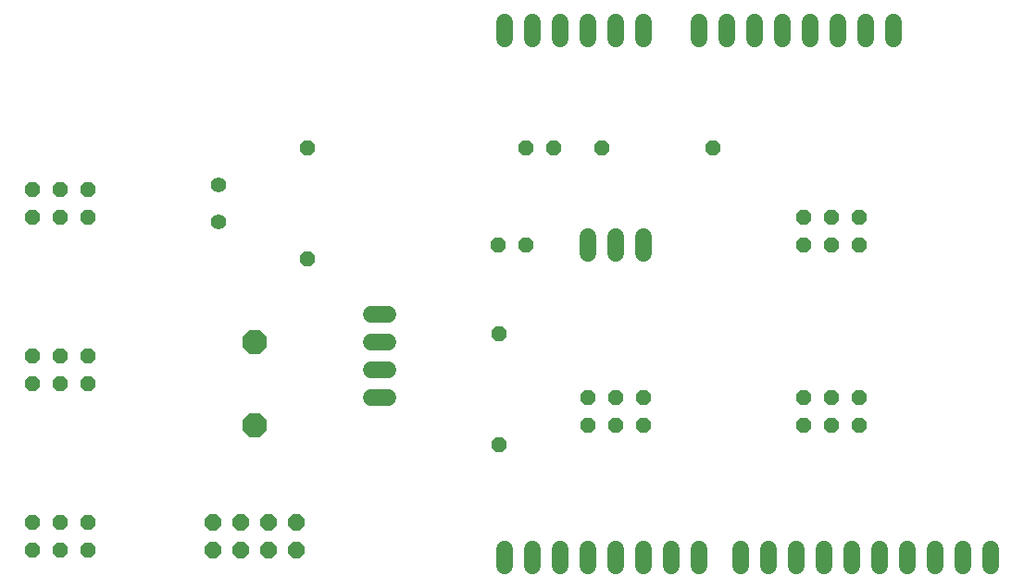
<source format=gbr>
G04 EAGLE Gerber RS-274X export*
G75*
%MOMM*%
%FSLAX34Y34*%
%LPD*%
%INSolderpaste Bottom*%
%IPPOS*%
%AMOC8*
5,1,8,0,0,1.08239X$1,22.5*%
G01*
%ADD10C,1.400000*%
%ADD11P,1.429621X8X112.500000*%
%ADD12P,1.539592X8X22.500000*%
%ADD13C,1.524000*%
%ADD14P,1.649562X8X22.500000*%
%ADD15P,2.336880X8X112.500000*%
%ADD16C,1.508000*%
%ADD17P,1.429621X8X202.500000*%
%ADD18P,1.429621X8X292.500000*%


D10*
X246380Y385300D03*
X246380Y351300D03*
D11*
X327660Y317500D03*
X327660Y419100D03*
D12*
X76200Y355600D03*
X76200Y381000D03*
X101600Y355600D03*
X101600Y381000D03*
X127000Y355600D03*
X127000Y381000D03*
X76200Y203200D03*
X76200Y228600D03*
X101600Y203200D03*
X101600Y228600D03*
X127000Y203200D03*
X127000Y228600D03*
X76200Y50800D03*
X76200Y76200D03*
X101600Y50800D03*
X101600Y76200D03*
X127000Y50800D03*
X127000Y76200D03*
D13*
X386080Y190500D02*
X401320Y190500D01*
X401320Y215900D02*
X386080Y215900D01*
X386080Y241300D02*
X401320Y241300D01*
X401320Y266700D02*
X386080Y266700D01*
D14*
X241300Y50800D03*
X266700Y50800D03*
X292100Y50800D03*
X317500Y50800D03*
X241300Y76200D03*
X266700Y76200D03*
X292100Y76200D03*
X317500Y76200D03*
D15*
X279400Y165100D03*
X279400Y241300D03*
D13*
X508000Y52070D02*
X508000Y36830D01*
X533400Y36830D02*
X533400Y52070D01*
X558800Y52070D02*
X558800Y36830D01*
X584200Y36830D02*
X584200Y52070D01*
X609600Y52070D02*
X609600Y36830D01*
X635000Y36830D02*
X635000Y52070D01*
X660400Y52070D02*
X660400Y36830D01*
X685800Y36830D02*
X685800Y52070D01*
X723900Y52070D02*
X723900Y36830D01*
X749300Y36830D02*
X749300Y52070D01*
X774700Y52070D02*
X774700Y36830D01*
X800100Y36830D02*
X800100Y52070D01*
X825500Y52070D02*
X825500Y36830D01*
X850900Y36830D02*
X850900Y52070D01*
X876300Y52070D02*
X876300Y36830D01*
X901700Y36830D02*
X901700Y52070D01*
X635000Y519430D02*
X635000Y534670D01*
X609600Y534670D02*
X609600Y519430D01*
X584200Y519430D02*
X584200Y534670D01*
X558800Y534670D02*
X558800Y519430D01*
X533400Y519430D02*
X533400Y534670D01*
X508000Y534670D02*
X508000Y519430D01*
X812800Y519430D02*
X812800Y534670D01*
X787400Y534670D02*
X787400Y519430D01*
X762000Y519430D02*
X762000Y534670D01*
X736600Y534670D02*
X736600Y519430D01*
X711200Y519430D02*
X711200Y534670D01*
X685800Y534670D02*
X685800Y519430D01*
D12*
X781050Y330200D03*
X781050Y355600D03*
X806450Y330200D03*
X806450Y355600D03*
X831850Y330200D03*
X831850Y355600D03*
X584200Y165100D03*
X584200Y190500D03*
X609600Y165100D03*
X609600Y190500D03*
X635000Y165100D03*
X635000Y190500D03*
X781050Y165100D03*
X781050Y190500D03*
X806450Y165100D03*
X806450Y190500D03*
X831850Y165100D03*
X831850Y190500D03*
D16*
X584200Y322660D02*
X584200Y337740D01*
X609600Y337740D02*
X609600Y322660D01*
X635000Y322660D02*
X635000Y337740D01*
D17*
X698500Y419100D03*
X596900Y419100D03*
X552450Y419100D03*
X527050Y419100D03*
D13*
X927100Y52070D02*
X927100Y36830D01*
X952500Y36830D02*
X952500Y52070D01*
X838200Y519430D02*
X838200Y534670D01*
X863600Y534670D02*
X863600Y519430D01*
D17*
X527050Y330200D03*
X501650Y330200D03*
D18*
X502920Y248920D03*
X502920Y147320D03*
M02*

</source>
